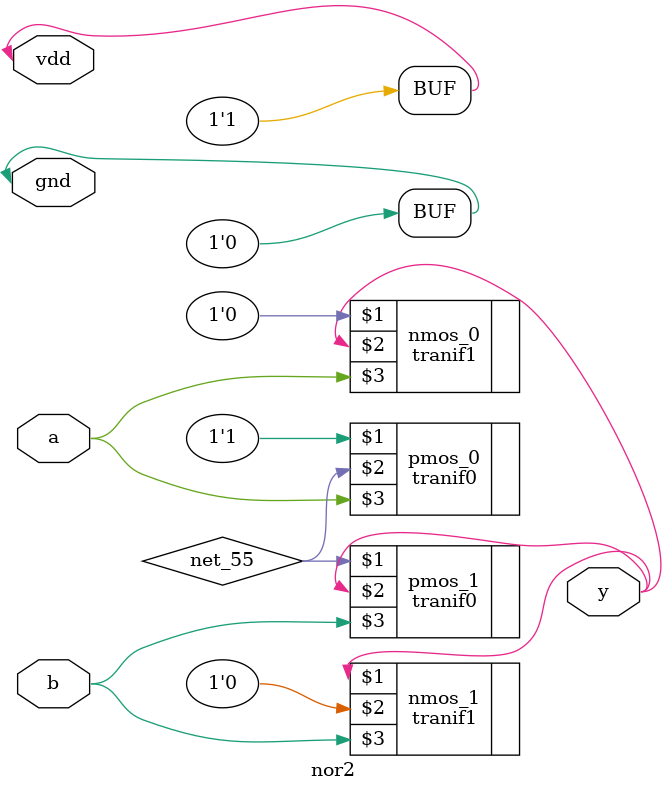
<source format=v>
/* Verilog for cell 'nor2{lay}' from library 'tutorial_vb' */
/* Created on Sat Oct 14, 2006 13:40:31 */
/* Last revised on Tue Mar 15, 2011 23:40:53 */
/* Written on Wed Mar 16, 2011 00:27:15 by Electric VLSI Design System, version 9.00 */

module nor2(a, b, y, vdd, gnd);
  input a;
  input b;
  output y;
  input vdd;
  input gnd;

  supply1 vdd;
  supply0 gnd;
  wire net_55, plno_2_well, plnode_0_well;

  tranif1 nmos_0(gnd, y, a);
  tranif1 nmos_1(y, gnd, b);
  tranif0 pmos_0(vdd, net_55, a);
  tranif0 pmos_1(net_55, y, b);
endmodule   /* nor2 */

</source>
